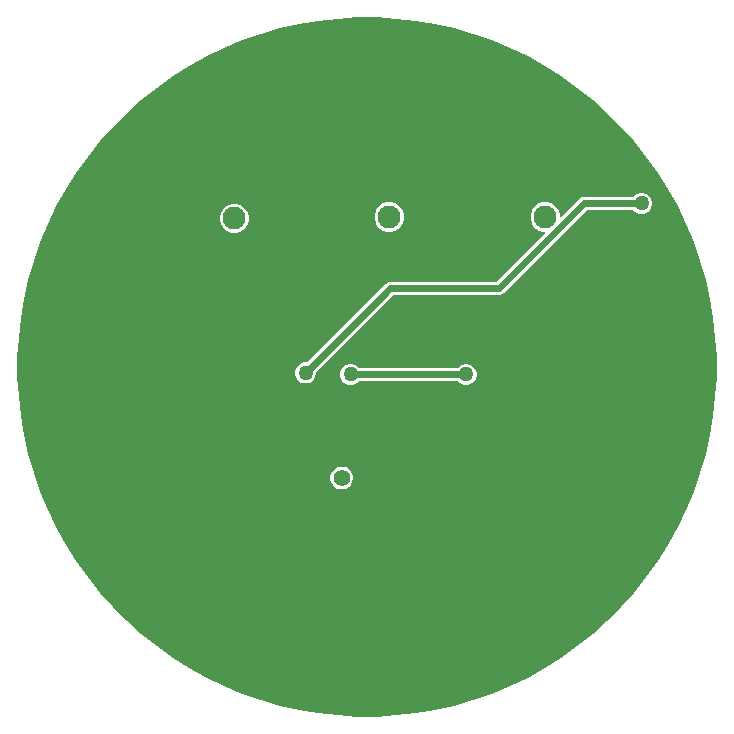
<source format=gbl>
G04*
G04 #@! TF.GenerationSoftware,Altium Limited,Altium Designer,21.7.2 (23)*
G04*
G04 Layer_Physical_Order=2*
G04 Layer_Color=16711680*
%FSLAX25Y25*%
%MOIN*%
G70*
G04*
G04 #@! TF.SameCoordinates,1580A9D1-778B-403B-A8E6-1BC37CE1D180*
G04*
G04*
G04 #@! TF.FilePolarity,Positive*
G04*
G01*
G75*
%ADD42C,0.02362*%
%ADD44C,0.05543*%
%ADD45C,0.07677*%
%ADD46R,0.07677X0.07677*%
%ADD47C,0.02362*%
%ADD48C,0.05000*%
G36*
X274296Y457143D02*
X280793Y456411D01*
X287239Y455316D01*
X293613Y453861D01*
X299895Y452051D01*
X306066Y449892D01*
X312106Y447390D01*
X317997Y444553D01*
X323719Y441391D01*
X329255Y437912D01*
X334587Y434129D01*
X339698Y430053D01*
X344573Y425696D01*
X349196Y421073D01*
X353553Y416198D01*
X357629Y411087D01*
X361412Y405755D01*
X364891Y400219D01*
X368053Y394497D01*
X370890Y388606D01*
X373392Y382566D01*
X375551Y376395D01*
X377361Y370113D01*
X378816Y363739D01*
X379911Y357293D01*
X380643Y350797D01*
X381010Y344269D01*
Y341000D01*
Y337731D01*
X380643Y331203D01*
X379911Y324707D01*
X378816Y318261D01*
X377361Y311887D01*
X375551Y305605D01*
X373392Y299434D01*
X370890Y293394D01*
X368053Y287503D01*
X364891Y281781D01*
X361412Y276245D01*
X357629Y270913D01*
X353553Y265802D01*
X349196Y260927D01*
X344573Y256304D01*
X339698Y251947D01*
X334587Y247871D01*
X329255Y244088D01*
X323719Y240609D01*
X317997Y237447D01*
X312106Y234610D01*
X306066Y232108D01*
X299895Y229949D01*
X293613Y228139D01*
X287239Y226684D01*
X280793Y225589D01*
X274296Y224857D01*
X267769Y224490D01*
X261231D01*
X254703Y224857D01*
X248207Y225589D01*
X241761Y226684D01*
X235387Y228139D01*
X229105Y229949D01*
X222934Y232108D01*
X216894Y234610D01*
X211003Y237447D01*
X205281Y240609D01*
X199745Y244088D01*
X194413Y247871D01*
X189302Y251947D01*
X184427Y256304D01*
X179804Y260927D01*
X175447Y265802D01*
X171371Y270913D01*
X167588Y276245D01*
X164109Y281781D01*
X160947Y287503D01*
X158110Y293394D01*
X155608Y299434D01*
X153449Y305605D01*
X151639Y311887D01*
X150184Y318261D01*
X149089Y324707D01*
X148357Y331203D01*
X147990Y337731D01*
Y341000D01*
Y344269D01*
X148357Y350797D01*
X149089Y357293D01*
X150184Y363739D01*
X151639Y370113D01*
X153449Y376395D01*
X155608Y382566D01*
X158110Y388606D01*
X160947Y394497D01*
X164109Y400219D01*
X167588Y405755D01*
X171371Y411087D01*
X175447Y416198D01*
X179804Y421073D01*
X184427Y425696D01*
X189302Y430053D01*
X194413Y434129D01*
X199745Y437912D01*
X205281Y441391D01*
X211003Y444553D01*
X216894Y447390D01*
X222934Y449892D01*
X229105Y452051D01*
X235387Y453861D01*
X241761Y455316D01*
X248207Y456411D01*
X254703Y457143D01*
X261231Y457510D01*
X267769D01*
X274296Y457143D01*
D02*
G37*
%LPC*%
G36*
X356461Y399000D02*
X355539D01*
X354649Y398762D01*
X353851Y398301D01*
X353274Y397724D01*
X336856D01*
X336856Y397724D01*
X336005Y397555D01*
X335283Y397073D01*
X335283Y397073D01*
X329143Y390932D01*
X328681Y391124D01*
Y391637D01*
X328351Y392868D01*
X327714Y393971D01*
X326814Y394872D01*
X325710Y395509D01*
X324480Y395839D01*
X323205D01*
X321975Y395509D01*
X320872Y394872D01*
X319971Y393971D01*
X319334Y392868D01*
X319004Y391637D01*
Y390363D01*
X319334Y389132D01*
X319971Y388029D01*
X320872Y387128D01*
X321975Y386491D01*
X323205Y386161D01*
X323719D01*
X323910Y385700D01*
X307684Y369474D01*
X272250D01*
X272250Y369474D01*
X271399Y369304D01*
X270677Y368823D01*
X270677Y368822D01*
X244355Y342500D01*
X243539D01*
X242649Y342262D01*
X241851Y341801D01*
X241199Y341149D01*
X240739Y340351D01*
X240500Y339461D01*
Y338539D01*
X240739Y337649D01*
X241199Y336851D01*
X241851Y336199D01*
X242649Y335738D01*
X243539Y335500D01*
X244461D01*
X245351Y335738D01*
X246149Y336199D01*
X246801Y336851D01*
X247262Y337649D01*
X247500Y338539D01*
Y339355D01*
X273171Y365026D01*
X308606D01*
X308606Y365026D01*
X309457Y365195D01*
X310178Y365677D01*
X337777Y393276D01*
X353274D01*
X353851Y392699D01*
X354649Y392238D01*
X355539Y392000D01*
X356461D01*
X357351Y392238D01*
X358149Y392699D01*
X358801Y393351D01*
X359261Y394149D01*
X359500Y395039D01*
Y395961D01*
X359261Y396851D01*
X358801Y397649D01*
X358149Y398301D01*
X357351Y398762D01*
X356461Y399000D01*
D02*
G37*
G36*
X272480Y395839D02*
X271205D01*
X269975Y395509D01*
X268872Y394872D01*
X267971Y393971D01*
X267334Y392868D01*
X267004Y391637D01*
Y390363D01*
X267334Y389132D01*
X267971Y388029D01*
X268872Y387128D01*
X269975Y386491D01*
X271205Y386161D01*
X272480D01*
X273710Y386491D01*
X274814Y387128D01*
X275714Y388029D01*
X276351Y389132D01*
X276681Y390363D01*
Y391637D01*
X276351Y392868D01*
X275714Y393971D01*
X274814Y394872D01*
X273710Y395509D01*
X272480Y395839D01*
D02*
G37*
G36*
X220901Y395339D02*
X219627D01*
X218396Y395009D01*
X217293Y394372D01*
X216392Y393471D01*
X215755Y392368D01*
X215425Y391137D01*
Y389863D01*
X215755Y388632D01*
X216392Y387529D01*
X217293Y386628D01*
X218396Y385991D01*
X219627Y385661D01*
X220901D01*
X222132Y385991D01*
X223235Y386628D01*
X224136Y387529D01*
X224773Y388632D01*
X225102Y389863D01*
Y391137D01*
X224773Y392368D01*
X224136Y393471D01*
X223235Y394372D01*
X222132Y395009D01*
X220901Y395339D01*
D02*
G37*
G36*
X297961Y342000D02*
X297039D01*
X296149Y341761D01*
X295351Y341301D01*
X294774Y340724D01*
X261726D01*
X261149Y341301D01*
X260351Y341761D01*
X259461Y342000D01*
X258539D01*
X257649Y341761D01*
X256851Y341301D01*
X256199Y340649D01*
X255738Y339851D01*
X255500Y338961D01*
Y338039D01*
X255738Y337149D01*
X256199Y336351D01*
X256851Y335699D01*
X257649Y335239D01*
X258539Y335000D01*
X259461D01*
X260351Y335239D01*
X261149Y335699D01*
X261726Y336276D01*
X294774D01*
X295351Y335699D01*
X296149Y335239D01*
X297039Y335000D01*
X297961D01*
X298851Y335239D01*
X299649Y335699D01*
X300301Y336351D01*
X300762Y337149D01*
X301000Y338039D01*
Y338961D01*
X300762Y339851D01*
X300301Y340649D01*
X299649Y341301D01*
X298851Y341761D01*
X297961Y342000D01*
D02*
G37*
G36*
X256536Y307772D02*
X255543D01*
X254584Y307515D01*
X253724Y307018D01*
X253021Y306316D01*
X252525Y305456D01*
X252268Y304497D01*
Y303503D01*
X252525Y302544D01*
X253021Y301684D01*
X253724Y300982D01*
X254584Y300485D01*
X255543Y300228D01*
X256536D01*
X257495Y300485D01*
X258355Y300982D01*
X259057Y301684D01*
X259554Y302544D01*
X259811Y303503D01*
Y304497D01*
X259554Y305456D01*
X259057Y306316D01*
X258355Y307018D01*
X257495Y307515D01*
X256536Y307772D01*
D02*
G37*
%LPD*%
D42*
X244000Y339000D02*
X272250Y367250D01*
X308606D01*
X336856Y395500D01*
X356000D01*
X259000Y338500D02*
X297500D01*
D44*
X256039Y304000D02*
D03*
X285961D02*
D03*
D45*
X271843Y391000D02*
D03*
X323843D02*
D03*
X220264Y390500D02*
D03*
D46*
X252157Y391000D02*
D03*
X304157D02*
D03*
X200579Y390500D02*
D03*
D47*
X374016Y354331D02*
D03*
X354331Y314961D02*
D03*
X314961Y393701D02*
D03*
X334646Y354331D02*
D03*
X314961Y314961D02*
D03*
X295276Y433071D02*
D03*
X275591Y314961D02*
D03*
X295276Y275591D02*
D03*
X275591Y236221D02*
D03*
X255906Y433071D02*
D03*
X236221Y393701D02*
D03*
Y314961D02*
D03*
X255906Y275591D02*
D03*
X236221Y236221D02*
D03*
X216535Y433071D02*
D03*
Y354331D02*
D03*
X196850Y314961D02*
D03*
X216535Y275591D02*
D03*
X177165Y354331D02*
D03*
X157480Y314961D02*
D03*
X177165Y275591D02*
D03*
D48*
X244000Y339000D02*
D03*
X356000Y395500D02*
D03*
X259000Y338500D02*
D03*
X297500D02*
D03*
M02*

</source>
